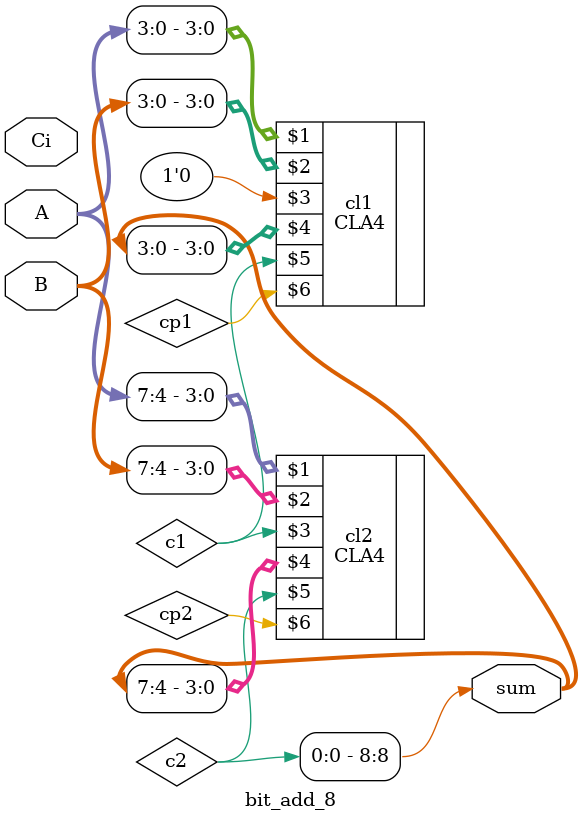
<source format=v>
`timescale 1ns/1ns

module bit_add_8(
    input [7:0] A, B,
    input Ci, 
	output [8:0] sum);

    wire cp1, cp2;
    wire c1, c2;

    CLA4 cl1 (A[3:0], B[3:0], 1'b0, sum[3:0], c1, cp1);
    CLA4 cl2 (A[7:4], B[7:4], c1, sum[7:4], c2, cp2);

    buf b1(sum[8], c2);

endmodule
</source>
